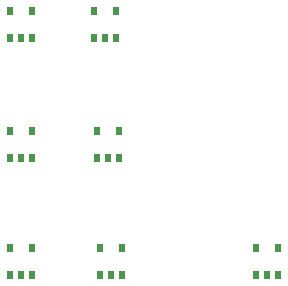
<source format=gbr>
G04 #@! TF.GenerationSoftware,KiCad,Pcbnew,5.0.2-bee76a0~70~ubuntu18.04.1*
G04 #@! TF.CreationDate,2019-01-20T23:04:17+00:00*
G04 #@! TF.ProjectId,Lcr_addon,4c63725f-6164-4646-9f6e-2e6b69636164,rev?*
G04 #@! TF.SameCoordinates,Original*
G04 #@! TF.FileFunction,Paste,Top*
G04 #@! TF.FilePolarity,Positive*
%FSLAX46Y46*%
G04 Gerber Fmt 4.6, Leading zero omitted, Abs format (unit mm)*
G04 Created by KiCad (PCBNEW 5.0.2-bee76a0~70~ubuntu18.04.1) date Sun 20 Jan 2019 23:04:17 GMT*
%MOMM*%
%LPD*%
G01*
G04 APERTURE LIST*
%ADD10R,0.510000X0.700000*%
G04 APERTURE END LIST*
D10*
G04 #@! TO.C,U6*
X60518000Y-77868000D03*
X61468000Y-77868000D03*
X62418000Y-77868000D03*
X62418000Y-75548000D03*
X60518000Y-75548000D03*
G04 #@! TD*
G04 #@! TO.C,U1*
X53152000Y-87774000D03*
X54102000Y-87774000D03*
X55052000Y-87774000D03*
X55052000Y-85454000D03*
X53152000Y-85454000D03*
G04 #@! TD*
G04 #@! TO.C,U2*
X53152000Y-75548000D03*
X55052000Y-75548000D03*
X55052000Y-77868000D03*
X54102000Y-77868000D03*
X53152000Y-77868000D03*
G04 #@! TD*
G04 #@! TO.C,U3*
X53152000Y-67708000D03*
X54102000Y-67708000D03*
X55052000Y-67708000D03*
X55052000Y-65388000D03*
X53152000Y-65388000D03*
G04 #@! TD*
G04 #@! TO.C,U5*
X60772000Y-85454000D03*
X62672000Y-85454000D03*
X62672000Y-87774000D03*
X61722000Y-87774000D03*
X60772000Y-87774000D03*
G04 #@! TD*
G04 #@! TO.C,U7*
X60264000Y-65388000D03*
X62164000Y-65388000D03*
X62164000Y-67708000D03*
X61214000Y-67708000D03*
X60264000Y-67708000D03*
G04 #@! TD*
G04 #@! TO.C,U8*
X73980000Y-87774000D03*
X74930000Y-87774000D03*
X75880000Y-87774000D03*
X75880000Y-85454000D03*
X73980000Y-85454000D03*
G04 #@! TD*
M02*

</source>
